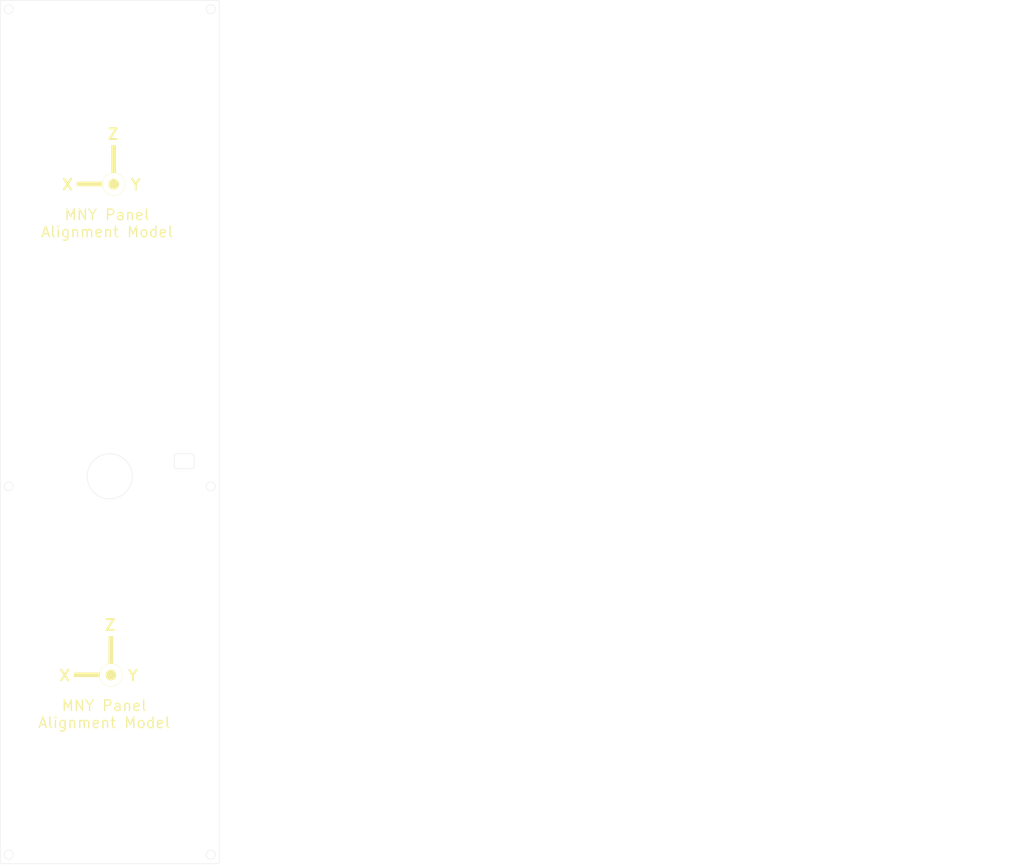
<source format=kicad_pcb>
(kicad_pcb
	(version 20240108)
	(generator "pcbnew")
	(generator_version "8.0")
	(general
		(thickness 1.6)
		(legacy_teardrops no)
	)
	(paper "A2")
	(layers
		(0 "F.Cu" signal)
		(31 "B.Cu" signal)
		(32 "B.Adhes" user "B.Adhesive")
		(33 "F.Adhes" user "F.Adhesive")
		(34 "B.Paste" user)
		(35 "F.Paste" user)
		(36 "B.SilkS" user "B.Silkscreen")
		(37 "F.SilkS" user "F.Silkscreen")
		(38 "B.Mask" user)
		(39 "F.Mask" user)
		(40 "Dwgs.User" user "User.Drawings")
		(41 "Cmts.User" user "User.Comments")
		(42 "Eco1.User" user "User.Eco1")
		(43 "Eco2.User" user "User.Eco2")
		(44 "Edge.Cuts" user)
		(45 "Margin" user)
		(46 "B.CrtYd" user "B.Courtyard")
		(47 "F.CrtYd" user "F.Courtyard")
		(48 "B.Fab" user)
		(49 "F.Fab" user)
		(50 "User.1" user)
		(51 "User.2" user)
		(52 "User.3" user)
		(53 "User.4" user)
		(54 "User.5" user)
		(55 "User.6" user)
		(56 "User.7" user)
		(57 "User.8" user)
		(58 "User.9" user)
	)
	(setup
		(pad_to_mask_clearance 0)
		(allow_soldermask_bridges_in_footprints no)
		(pcbplotparams
			(layerselection 0x00010fc_ffffffff)
			(plot_on_all_layers_selection 0x0000000_00000000)
			(disableapertmacros no)
			(usegerberextensions no)
			(usegerberattributes yes)
			(usegerberadvancedattributes yes)
			(creategerberjobfile yes)
			(dashed_line_dash_ratio 12.000000)
			(dashed_line_gap_ratio 3.000000)
			(svgprecision 4)
			(plotframeref no)
			(viasonmask no)
			(mode 1)
			(useauxorigin no)
			(hpglpennumber 1)
			(hpglpenspeed 20)
			(hpglpendiameter 15.000000)
			(pdf_front_fp_property_popups yes)
			(pdf_back_fp_property_popups yes)
			(dxfpolygonmode yes)
			(dxfimperialunits yes)
			(dxfusepcbnewfont yes)
			(psnegative no)
			(psa4output no)
			(plotreference yes)
			(plotvalue yes)
			(plotfptext yes)
			(plotinvisibletext no)
			(sketchpadsonfab no)
			(subtractmaskfromsilk no)
			(outputformat 1)
			(mirror no)
			(drillshape 1)
			(scaleselection 1)
			(outputdirectory "")
		)
	)
	(net 0 "")
	(gr_rect
		(start 97.4 114.35)
		(end 107.06 116.02)
		(stroke
			(width 0.1)
			(type solid)
		)
		(fill solid)
		(layer "F.SilkS")
		(uuid "07b9fe27-500e-488d-bcec-831aa0c4d8ef")
	)
	(gr_rect
		(start 96.32 299.36)
		(end 105.98 301.03)
		(stroke
			(width 0.1)
			(type solid)
		)
		(fill solid)
		(layer "F.SilkS")
		(uuid "23595f71-cc75-459c-a348-922e6bace0d7")
	)
	(gr_rect
		(start 109.35 285.635)
		(end 111.02 296.025)
		(stroke
			(width 0.1)
			(type solid)
		)
		(fill solid)
		(layer "F.SilkS")
		(uuid "26f0d59b-1513-442a-98ea-c89119f848e7")
	)
	(gr_rect
		(start 110.43 100.625)
		(end 112.1 111.015)
		(stroke
			(width 0.1)
			(type solid)
		)
		(fill solid)
		(layer "F.SilkS")
		(uuid "35a1a7e3-b6e6-4d60-8819-53a5f407e45a")
	)
	(gr_circle
		(center 111.31 115.29)
		(end 114.36 112.24)
		(stroke
			(width 0.1)
			(type default)
		)
		(fill none)
		(layer "F.SilkS")
		(uuid "47dc068e-2bfe-4b17-aa92-2d3b07099b06")
	)
	(gr_circle
		(center 110.23 300.3)
		(end 110.23 298.31)
		(stroke
			(width 0.1)
			(type solid)
		)
		(fill solid)
		(layer "F.SilkS")
		(uuid "98414c25-9407-4405-87dc-0bb39d518989")
	)
	(gr_circle
		(center 111.31 115.29)
		(end 111.31 113.3)
		(stroke
			(width 0.1)
			(type solid)
		)
		(fill solid)
		(layer "F.SilkS")
		(uuid "c2857641-f61b-4a0c-bd2f-c5866fb63cb4")
	)
	(gr_circle
		(center 110.23 300.3)
		(end 113.28 297.25)
		(stroke
			(width 0.1)
			(type default)
		)
		(fill none)
		(layer "F.SilkS")
		(uuid "c69c3c26-1f64-4ecc-814f-6017a0d533c6")
	)
	(gr_line
		(start 437.27 218.55)
		(end 437.27 222.15)
		(stroke
			(width 0.25)
			(type default)
		)
		(layer "Dwgs.User")
		(uuid "021b47c6-f5b6-4dbc-b468-75639328d51e")
	)
	(gr_arc
		(start 449.37 49.97)
		(mid 451.07 48.27)
		(end 452.77 49.97)
		(stroke
			(width 0.25)
			(type default)
		)
		(layer "Dwgs.User")
		(uuid "2f11d05d-0ff7-4738-a374-084ce4085d31")
	)
	(gr_arc
		(start 373.17 49.97)
		(mid 374.87 48.27)
		(end 376.57 49.97)
		(stroke
			(width 0.25)
			(type default)
		)
		(layer "Dwgs.User")
		(uuid "2f79380d-79ca-49ea-b751-f93a947764f6")
	)
	(gr_line
		(start 444.77 222.15)
		(end 444.77 218.55)
		(stroke
			(width 0.25)
			(type default)
		)
		(layer "Dwgs.User")
		(uuid "32288333-17f6-41ca-a541-a6ad270c396a")
	)
	(gr_line
		(start 371.67 47.07)
		(end 372.17 46.57)
		(stroke
			(width 0.25)
			(type default)
		)
		(layer "Dwgs.User")
		(uuid "32862bd0-61b4-4a7d-94cb-2a21431f3fd7")
	)
	(gr_arc
		(start 373.17 229.87)
		(mid 374.87 228.17)
		(end 376.57 229.87)
		(stroke
			(width 0.25)
			(type default)
		)
		(layer "Dwgs.User")
		(uuid "347414f8-87fa-4866-b39a-2269fc5854eb")
	)
	(gr_arc
		(start 421.47 226.05)
		(mid 412.97 234.55)
		(end 404.47 226.05)
		(stroke
			(width 0.25)
			(type default)
		)
		(layer "Dwgs.User")
		(uuid "34768cfd-e9d9-4e19-a041-f1cbe3bdbf47")
	)
	(gr_arc
		(start 437.27 218.55)
		(mid 437.562893 217.842893)
		(end 438.27 217.55)
		(stroke
			(width 0.25)
			(type default)
		)
		(layer "Dwgs.User")
		(uuid "39af40d1-3688-4a48-82e0-036be8906d87")
	)
	(gr_line
		(start 371.67 47.07)
		(end 371.67 371.57)
		(stroke
			(width 0.25)
			(type default)
		)
		(layer "Dwgs.User")
		(uuid "44d2dfee-ac7c-40c1-a4a5-c5d8240de2cf")
	)
	(gr_line
		(start 443.77 217.55)
		(end 438.27 217.55)
		(stroke
			(width 0.25)
			(type default)
		)
		(layer "Dwgs.User")
		(uuid "530d57a9-9d9c-4959-a428-69e28da47168")
	)
	(gr_line
		(start 453.77 46.57)
		(end 454.27 47.07)
		(stroke
			(width 0.25)
			(type default)
		)
		(layer "Dwgs.User")
		(uuid "58ad74a7-6560-4559-a4e5-b3e514d2347c")
	)
	(gr_line
		(start 453.77 46.57)
		(end 372.17 46.57)
		(stroke
			(width 0.25)
			(type default)
		)
		(layer "Dwgs.User")
		(uuid "61a6fff9-4adf-47af-bb3b-e5af3d814660")
	)
	(gr_arc
		(start 376.57 49.97)
		(mid 374.87 51.67)
		(end 373.17 49.97)
		(stroke
			(width 0.25)
			(type default)
		)
		(layer "Dwgs.User")
		(uuid "6a6ee3ec-950d-4d8a-9fff-ac36dba100d8")
	)
	(gr_arc
		(start 452.77 368.67)
		(mid 451.07 370.37)
		(end 449.37 368.67)
		(stroke
			(width 0.25)
			(type default)
		)
		(layer "Dwgs.User")
		(uuid "8800d8f0-bbe0-4135-8faa-d5403ce85907")
	)
	(gr_arc
		(start 376.57 368.67)
		(mid 374.87 370.37)
		(end 373.17 368.67)
		(stroke
			(width 0.25)
			(type default)
		)
		(layer "Dwgs.User")
		(uuid "8eff4c98-539d-4567-9cc3-ae7846cabd13")
	)
	(gr_arc
		(start 452.77 49.97)
		(mid 451.07 51.67)
		(end 449.37 49.97)
		(stroke
			(width 0.25)
			(type default)
		)
		(layer "Dwgs.User")
		(uuid "93dd5361-564f-447f-88eb-e9d9120b5661")
	)
	(gr_line
		(start 454.27 371.57)
		(end 453.77 372.07)
		(stroke
			(width 0.25)
			(type default)
		)
		(layer "Dwgs.User")
		(uuid "954729f6-f534-4b6d-a42d-b689b2e890d0")
	)
	(gr_line
		(start 372.17 372.07)
		(end 453.77 372.07)
		(stroke
			(width 0.25)
			(type default)
		)
		(layer "Dwgs.User")
		(uuid "99d62e49-fd36-430a-aa3c-4acc4f50101a")
	)
	(gr_arc
		(start 373.17 368.67)
		(mid 374.87 366.97)
		(end 376.57 368.67)
		(stroke
			(width 0.25)
			(type default)
		)
		(layer "Dwgs.User")
		(uuid "9b4a098d-593c-4719-a279-eb781c01fa04")
	)
	(gr_arc
		(start 449.37 229.87)
		(mid 451.07 228.17)
		(end 452.77 229.87)
		(stroke
			(width 0.25)
			(type default)
		)
		(layer "Dwgs.User")
		(uuid "9e207d36-3708-4975-a295-4c79263b289b")
	)
	(gr_line
		(start 372.17 372.07)
		(end 371.67 371.57)
		(stroke
			(width 0.25)
			(type default)
		)
		(layer "Dwgs.User")
		(uuid "9f430c69-ec7f-443c-8be3-a0896e1f87c7")
	)
	(gr_arc
		(start 376.57 229.87)
		(mid 374.87 231.57)
		(end 373.17 229.87)
		(stroke
			(width 0.25)
			(type default)
		)
		(layer "Dwgs.User")
		(uuid "b2bc9a03-d9d8-40d7-ac72-515e67104221")
	)
	(gr_line
		(start 438.27 223.15)
		(end 443.77 223.15)
		(stroke
			(width 0.25)
			(type default)
		)
		(layer "Dwgs.User")
		(uuid "b7cbcde8-c5dc-443b-ba31-376354b9f7cd")
	)
	(gr_line
		(start 454.27 371.57)
		(end 454.27 47.07)
		(stroke
			(width 0.25)
			(type default)
		)
		(layer "Dwgs.User")
		(uuid "bddb6593-85db-480c-b051-9fb2184428f9")
	)
	(gr_arc
		(start 438.27 223.15)
		(mid 437.562893 222.857107)
		(end 437.27 222.15)
		(stroke
			(width 0.25)
			(type default)
		)
		(layer "Dwgs.User")
		(uuid "c3e4829f-db31-473d-aa66-b19ab753693b")
	)
	(gr_arc
		(start 449.37 368.67)
		(mid 451.07 366.97)
		(end 452.77 368.67)
		(stroke
			(width 0.25)
			(type default)
		)
		(layer "Dwgs.User")
		(uuid "c87093b9-f188-4a3c-81d3-334d57c0e269")
	)
	(gr_arc
		(start 443.77 217.55)
		(mid 444.477107 217.842893)
		(end 444.77 218.55)
		(stroke
			(width 0.25)
			(type default)
		)
		(layer "Dwgs.User")
		(uuid "cbf379b6-6d84-4b96-abbf-d5177af4ad66")
	)
	(gr_arc
		(start 404.47 226.05)
		(mid 412.97 217.55)
		(end 421.47 226.05)
		(stroke
			(width 0.25)
			(type default)
		)
		(layer "Dwgs.User")
		(uuid "ccb43c73-93af-41a2-941b-ed0e36f3efb5")
	)
	(gr_arc
		(start 452.77 229.87)
		(mid 451.07 231.57)
		(end 449.37 229.87)
		(stroke
			(width 0.25)
			(type default)
		)
		(layer "Dwgs.User")
		(uuid "dfacf6cf-e202-44bc-93c6-5c7e515747d0")
	)
	(gr_arc
		(start 444.77 222.15)
		(mid 444.477107 222.857107)
		(end 443.77 223.15)
		(stroke
			(width 0.25)
			(type default)
		)
		(layer "Dwgs.User")
		(uuid "f57dccfc-36c3-4dd4-8a8c-03f363bc919b")
	)
	(gr_circle
		(center 71.68 49.31)
		(end 73.38 49.31)
		(stroke
			(width 0.1)
			(type default)
		)
		(fill none)
		(layer "Edge.Cuts")
		(uuid "047e1d70-a58a-428f-964c-d4ee79f35cc6")
	)
	(gr_line
		(start 151.08 46.41)
		(end 150.58 45.91)
		(stroke
			(width 0.1)
			(type default)
		)
		(layer "Edge.Cuts")
		(uuid "0b1f41a8-5690-4400-a067-2d0967a6776a")
	)
	(gr_circle
		(center 147.88 368.01)
		(end 149.58 368.01)
		(stroke
			(width 0.1)
			(type default)
		)
		(fill none)
		(layer "Edge.Cuts")
		(uuid "24cd68ae-1e45-4137-8a7f-26d8ebf9bdee")
	)
	(gr_line
		(start 151.08 370.91)
		(end 150.58 371.41)
		(stroke
			(width 0.1)
			(type default)
		)
		(layer "Edge.Cuts")
		(uuid "256d55b7-8556-4bc4-b049-01fe9c37c85d")
	)
	(gr_line
		(start 135.08 216.89)
		(end 140.58 216.89)
		(stroke
			(width 0.1)
			(type default)
		)
		(layer "Edge.Cuts")
		(uuid "2610abb3-912b-442f-a141-3cfc44138e61")
	)
	(gr_circle
		(center 147.88 229.21)
		(end 149.58 229.21)
		(stroke
			(width 0.1)
			(type default)
		)
		(fill none)
		(layer "Edge.Cuts")
		(uuid "27bdd4ae-1b3f-4fec-a2ff-7161dc73b367")
	)
	(gr_line
		(start 68.98 45.91)
		(end 150.58 45.91)
		(stroke
			(width 0.1)
			(type default)
		)
		(layer "Edge.Cuts")
		(uuid "297cc5c4-7641-4acb-9f60-e9b6d7bec9f6")
	)
	(gr_arc
		(start 135.08 222.49)
		(mid 134.372893 222.197107)
		(end 134.08 221.49)
		(stroke
			(width 0.1)
			(type default)
		)
		(layer "Edge.Cuts")
		(uuid "2b509199-dbf3-4eff-9ffb-9b92ad967e6b")
	)
	(gr_line
		(start 68.48 46.41)
		(end 68.98 45.91)
		(stroke
			(width 0.1)
			(type default)
		)
		(layer "Edge.Cuts")
		(uuid "2e15e991-31b5-441c-b945-97ef9e7ce8b4")
	)
	(gr_line
		(start 150.58 371.41)
		(end 68.98 371.41)
		(stroke
			(width 0.1)
			(type default)
		)
		(layer "Edge.Cuts")
		(uuid "3ffc336b-fb1d-463f-9c61-85390a5646f4")
	)
	(gr_circle
		(center 109.78 225.39)
		(end 118.28 225.39)
		(stroke
			(width 0.1)
			(type default)
		)
		(fill none)
		(layer "Edge.Cuts")
		(uuid "4eda0791-3abe-4438-b4c7-a42f1b72e559")
	)
	(gr_arc
		(start 140.58 216.89)
		(mid 141.287107 217.182893)
		(end 141.58 217.89)
		(stroke
			(width 0.1)
			(type default)
		)
		(layer "Edge.Cuts")
		(uuid "5ac1536b-0c3a-42aa-b05e-ae492e6c451c")
	)
	(gr_arc
		(start 141.58 221.49)
		(mid 141.287107 222.197107)
		(end 140.58 222.49)
		(stroke
			(width 0.1)
			(type default)
		)
		(layer "Edge.Cuts")
		(uuid "68a67627-78f2-42c7-b319-bf9ea3ef4242")
	)
	(gr_line
		(start 141.58 217.89)
		(end 141.58 221.49)
		(stroke
			(width 0.1)
			(type default)
		)
		(layer "Edge.Cuts")
		(uuid "7d47bf45-95ad-486c-a161-85bfca3c73b6")
	)
	(gr_arc
		(start 134.08 217.89)
		(mid 134.372893 217.182893)
		(end 135.08 216.89)
		(stroke
			(width 0.1)
			(type default)
		)
		(layer "Edge.Cuts")
		(uuid "984c0fec-ce8d-4feb-949c-31bbc1bf7e94")
	)
	(gr_line
		(start 68.48 370.91)
		(end 68.48 46.41)
		(stroke
			(width 0.1)
			(type default)
		)
		(layer "Edge.Cuts")
		(uuid "a3d26d08-ccbe-4d63-b469-8e116766bac7")
	)
	(gr_line
		(start 134.08 221.49)
		(end 134.08 217.89)
		(stroke
			(width 0.1)
			(type default)
		)
		(layer "Edge.Cuts")
		(uuid "afeea6ba-bead-4165-9072-071d56218cc9")
	)
	(gr_circle
		(center 147.88 49.31)
		(end 149.58 49.31)
		(stroke
			(width 0.1)
			(type default)
		)
		(fill none)
		(layer "Edge.Cuts")
		(uuid "c8001c92-c2db-4148-a8dc-817b4e826281")
	)
	(gr_line
		(start 68.98 371.41)
		(end 68.48 370.91)
		(stroke
			(width 0.1)
			(type default)
		)
		(layer "Edge.Cuts")
		(uuid "c820bb51-1881-43f1-a8e8-99498293311d")
	)
	(gr_line
		(start 151.08 46.41)
		(end 151.08 370.91)
		(stroke
			(width 0.1)
			(type default)
		)
		(layer "Edge.Cuts")
		(uuid "cbf299d9-a86d-4cd5-8744-8b4bab7a3ff9")
	)
	(gr_circle
		(center 71.68 229.21)
		(end 73.38 229.21)
		(stroke
			(width 0.1)
			(type default)
		)
		(fill none)
		(layer "Edge.Cuts")
		(uuid "ccc6d4af-d19a-4727-bc4e-99082da14c39")
	)
	(gr_circle
		(center 71.68 368.01)
		(end 73.38 368.01)
		(stroke
			(width 0.1)
			(type default)
		)
		(fill none)
		(layer "Edge.Cuts")
		(uuid "e874adfa-a850-48d5-897d-b50ec2607ac8")
	)
	(gr_line
		(start 140.58 222.49)
		(end 135.08 222.49)
		(stroke
			(width 0.1)
			(type default)
		)
		(layer "Edge.Cuts")
		(uuid "f276517d-a934-4548-bf33-cf1b96f26832")
	)
	(gr_text "Z"
		(at 108.63 98.75 0)
		(layer "F.SilkS")
		(uuid "2acbaccb-e954-46a5-bb79-3b97bce80bb8")
		(effects
			(font
				(size 4 4)
				(thickness 0.8)
				(bold yes)
			)
			(justify left bottom)
		)
	)
	(gr_text "X"
		(at 90.37 302.79 0)
		(layer "F.SilkS")
		(uuid "2e41e098-e5d2-4f97-bd3f-1dcf3da24758")
		(effects
			(font
				(size 4 4)
				(thickness 0.8)
				(bold yes)
			)
			(justify left bottom)
		)
	)
	(gr_text "Z"
		(at 107.55 283.76 0)
		(layer "F.SilkS")
		(uuid "35b11a0e-b345-4184-9fe9-fc757df77deb")
		(effects
			(font
				(size 4 4)
				(thickness 0.8)
				(bold yes)
			)
			(justify left bottom)
		)
	)
	(gr_text "MNY Panel\nAlignment Model"
		(at 108.79 135.59 0)
		(layer "F.SilkS")
		(uuid "4e625eff-a7c8-42ca-874f-408fcb02ca78")
		(effects
			(font
				(size 4 4)
				(thickness 0.5)
			)
			(justify bottom)
		)
	)
	(gr_text "Y"
		(at 117.34 117.81 0)
		(layer "F.SilkS")
		(uuid "a01afc0e-0fb1-4fca-907c-9dbc7b524285")
		(effects
			(font
				(size 4 4)
				(thickness 0.8)
				(bold yes)
			)
			(justify left bottom)
		)
	)
	(gr_text "X"
		(at 91.45 117.78 0)
		(layer "F.SilkS")
		(uuid "a952e39a-8475-47ef-99b7-420d9a2effb3")
		(effects
			(font
				(size 4 4)
				(thickness 0.8)
				(bold yes)
			)
			(justify left bottom)
		)
	)
	(gr_text "Y"
		(at 116.26 302.82 0)
		(layer "F.SilkS")
		(uuid "ac0bc284-c494-47ac-801d-c262fcf443c0")
		(effects
			(font
				(size 4 4)
				(thickness 0.8)
				(bold yes)
			)
			(justify left bottom)
		)
	)
	(gr_text "MNY Panel\nAlignment Model"
		(at 107.71 320.6 0)
		(layer "F.SilkS")
		(uuid "ce2d62f9-2382-41cf-aebc-93582a878e84")
		(effects
			(font
				(size 4 4)
				(thickness 0.5)
			)
			(justify bottom)
		)
	)
	(group ""
		(uuid "a262900e-6c81-4d33-8f88-4c39bc55d86f")
		(members "021b47c6-f5b6-4dbc-b468-75639328d51e" "2f11d05d-0ff7-4738-a374-084ce4085d31"
			"2f79380d-79ca-49ea-b751-f93a947764f6" "32288333-17f6-41ca-a541-a6ad270c396a"
			"32862bd0-61b4-4a7d-94cb-2a21431f3fd7" "347414f8-87fa-4866-b39a-2269fc5854eb"
			"34768cfd-e9d9-4e19-a041-f1cbe3bdbf47" "39af40d1-3688-4a48-82e0-036be8906d87"
			"44d2dfee-ac7c-40c1-a4a5-c5d8240de2cf" "530d57a9-9d9c-4959-a428-69e28da47168"
			"58ad74a7-6560-4559-a4e5-b3e514d2347c" "61a6fff9-4adf-47af-bb3b-e5af3d814660"
			"6a6ee3ec-950d-4d8a-9fff-ac36dba100d8" "8800d8f0-bbe0-4135-8faa-d5403ce85907"
			"8eff4c98-539d-4567-9cc3-ae7846cabd13" "93dd5361-564f-447f-88eb-e9d9120b5661"
			"954729f6-f534-4b6d-a42d-b689b2e890d0" "99d62e49-fd36-430a-aa3c-4acc4f50101a"
			"9b4a098d-593c-4719-a279-eb781c01fa04" "9e207d36-3708-4975-a295-4c79263b289b"
			"9f430c69-ec7f-443c-8be3-a0896e1f87c7" "b2bc9a03-d9d8-40d7-ac72-515e67104221"
			"b7cbcde8-c5dc-443b-ba31-376354b9f7cd" "bddb6593-85db-480c-b051-9fb2184428f9"
			"c3e4829f-db31-473d-aa66-b19ab753693b" "c87093b9-f188-4a3c-81d3-334d57c0e269"
			"cbf379b6-6d84-4b96-abbf-d5177af4ad66" "ccb43c73-93af-41a2-941b-ed0e36f3efb5"
			"dfacf6cf-e202-44bc-93c6-5c7e515747d0" "f57dccfc-36c3-4dd4-8a8c-03f363bc919b"
		)
	)
)
</source>
